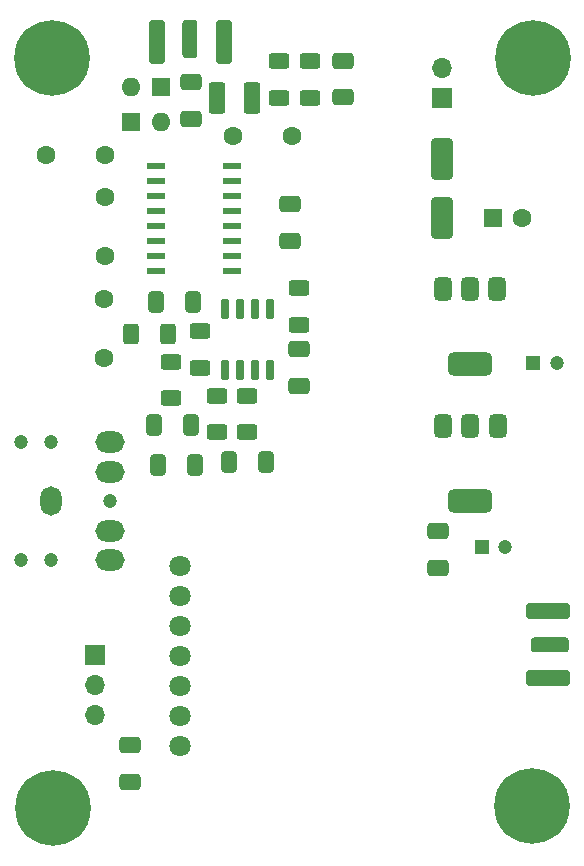
<source format=gbr>
%TF.GenerationSoftware,KiCad,Pcbnew,8.0.3-unknown-202406112021~03dd6c7a8e~ubuntu22.04.1*%
%TF.CreationDate,2024-06-13T18:15:46+05:30*%
%TF.ProjectId,SDR-Board,5344522d-426f-4617-9264-2e6b69636164,rev?*%
%TF.SameCoordinates,Original*%
%TF.FileFunction,Soldermask,Top*%
%TF.FilePolarity,Negative*%
%FSLAX46Y46*%
G04 Gerber Fmt 4.6, Leading zero omitted, Abs format (unit mm)*
G04 Created by KiCad (PCBNEW 8.0.3-unknown-202406112021~03dd6c7a8e~ubuntu22.04.1) date 2024-06-13 18:15:46*
%MOMM*%
%LPD*%
G01*
G04 APERTURE LIST*
G04 Aperture macros list*
%AMRoundRect*
0 Rectangle with rounded corners*
0 $1 Rounding radius*
0 $2 $3 $4 $5 $6 $7 $8 $9 X,Y pos of 4 corners*
0 Add a 4 corners polygon primitive as box body*
4,1,4,$2,$3,$4,$5,$6,$7,$8,$9,$2,$3,0*
0 Add four circle primitives for the rounded corners*
1,1,$1+$1,$2,$3*
1,1,$1+$1,$4,$5*
1,1,$1+$1,$6,$7*
1,1,$1+$1,$8,$9*
0 Add four rect primitives between the rounded corners*
20,1,$1+$1,$2,$3,$4,$5,0*
20,1,$1+$1,$4,$5,$6,$7,0*
20,1,$1+$1,$6,$7,$8,$9,0*
20,1,$1+$1,$8,$9,$2,$3,0*%
G04 Aperture macros list end*
%ADD10RoundRect,0.250000X-0.650000X0.412500X-0.650000X-0.412500X0.650000X-0.412500X0.650000X0.412500X0*%
%ADD11RoundRect,0.250000X0.650000X-0.412500X0.650000X0.412500X-0.650000X0.412500X-0.650000X-0.412500X0*%
%ADD12RoundRect,0.250000X-0.412500X-0.650000X0.412500X-0.650000X0.412500X0.650000X-0.412500X0.650000X0*%
%ADD13RoundRect,0.250000X-0.625000X0.400000X-0.625000X-0.400000X0.625000X-0.400000X0.625000X0.400000X0*%
%ADD14RoundRect,0.137500X0.662500X0.137500X-0.662500X0.137500X-0.662500X-0.137500X0.662500X-0.137500X0*%
%ADD15C,1.600000*%
%ADD16RoundRect,0.150000X-0.150000X0.725000X-0.150000X-0.725000X0.150000X-0.725000X0.150000X0.725000X0*%
%ADD17C,0.800000*%
%ADD18C,6.400000*%
%ADD19RoundRect,0.250000X0.412500X0.650000X-0.412500X0.650000X-0.412500X-0.650000X0.412500X-0.650000X0*%
%ADD20C,1.200000*%
%ADD21O,2.500000X1.800000*%
%ADD22O,1.800000X2.500000*%
%ADD23RoundRect,0.250001X0.462499X1.074999X-0.462499X1.074999X-0.462499X-1.074999X0.462499X-1.074999X0*%
%ADD24RoundRect,0.250000X0.625000X-0.400000X0.625000X0.400000X-0.625000X0.400000X-0.625000X-0.400000X0*%
%ADD25C,1.800000*%
%ADD26RoundRect,0.375000X-0.375000X0.625000X-0.375000X-0.625000X0.375000X-0.625000X0.375000X0.625000X0*%
%ADD27RoundRect,0.500000X-1.400000X0.500000X-1.400000X-0.500000X1.400000X-0.500000X1.400000X0.500000X0*%
%ADD28RoundRect,0.250000X0.385000X1.350000X-0.385000X1.350000X-0.385000X-1.350000X0.385000X-1.350000X0*%
%ADD29RoundRect,0.250000X0.425000X1.600000X-0.425000X1.600000X-0.425000X-1.600000X0.425000X-1.600000X0*%
%ADD30R,1.600000X1.600000*%
%ADD31O,1.600000X1.600000*%
%ADD32R,1.200000X1.200000*%
%ADD33R,1.700000X1.700000*%
%ADD34O,1.700000X1.700000*%
%ADD35RoundRect,0.250000X1.350000X-0.385000X1.350000X0.385000X-1.350000X0.385000X-1.350000X-0.385000X0*%
%ADD36RoundRect,0.250000X1.600000X-0.425000X1.600000X0.425000X-1.600000X0.425000X-1.600000X-0.425000X0*%
%ADD37RoundRect,0.250000X0.400000X0.625000X-0.400000X0.625000X-0.400000X-0.625000X0.400000X-0.625000X0*%
%ADD38RoundRect,0.250000X0.650000X-1.500000X0.650000X1.500000X-0.650000X1.500000X-0.650000X-1.500000X0*%
G04 APERTURE END LIST*
D10*
%TO.C,C16*%
X117670000Y-69725000D03*
X117670000Y-72850000D03*
%TD*%
D11*
%TO.C,C1*%
X109290000Y-62482500D03*
X109290000Y-59357500D03*
%TD*%
D12*
%TO.C,C3*%
X106330000Y-78020000D03*
X109455000Y-78020000D03*
%TD*%
D13*
%TO.C,R3*%
X116770000Y-57575000D03*
X116770000Y-60675000D03*
%TD*%
D14*
%TO.C,U2*%
X112815000Y-75395000D03*
X112815000Y-74125000D03*
X112815000Y-72855000D03*
X112815000Y-71585000D03*
X112815000Y-70315000D03*
X112815000Y-69045000D03*
X112815000Y-67775000D03*
X112815000Y-66505000D03*
X106315000Y-66505000D03*
X106315000Y-67775000D03*
X106315000Y-69045000D03*
X106315000Y-70315000D03*
X106315000Y-71585000D03*
X106315000Y-72855000D03*
X106315000Y-74125000D03*
X106315000Y-75395000D03*
%TD*%
D10*
%TO.C,C2*%
X122170000Y-57545000D03*
X122170000Y-60670000D03*
%TD*%
D15*
%TO.C,C5*%
X97010000Y-65570000D03*
X102010000Y-65570000D03*
%TD*%
D16*
%TO.C,U6*%
X116030000Y-78575000D03*
X114760000Y-78575000D03*
X113490000Y-78575000D03*
X112220000Y-78575000D03*
X112220000Y-83725000D03*
X113490000Y-83725000D03*
X114760000Y-83725000D03*
X116030000Y-83725000D03*
%TD*%
D17*
%TO.C,H4*%
X135790000Y-120660000D03*
X136492944Y-118962944D03*
X136492944Y-122357056D03*
X138190000Y-118260000D03*
D18*
X138190000Y-120660000D03*
D17*
X138190000Y-123060000D03*
X139887056Y-118962944D03*
X139887056Y-122357056D03*
X140590000Y-120660000D03*
%TD*%
D19*
%TO.C,CC2*%
X109622500Y-91800000D03*
X106497500Y-91800000D03*
%TD*%
D20*
%TO.C,J3*%
X94920000Y-89860000D03*
X94920000Y-99860000D03*
X97420000Y-89860000D03*
X97420000Y-99860000D03*
X102420000Y-94860000D03*
D21*
X102420000Y-89860000D03*
X102420000Y-92360000D03*
D22*
X97420000Y-94860000D03*
D21*
X102420000Y-99860000D03*
X102420000Y-97360000D03*
%TD*%
D11*
%TO.C,C17*%
X130190000Y-100505000D03*
X130190000Y-97380000D03*
%TD*%
D23*
%TO.C,L1*%
X114487500Y-60700000D03*
X111512500Y-60700000D03*
%TD*%
D24*
%TO.C,R5*%
X118440000Y-79910000D03*
X118440000Y-76810000D03*
%TD*%
D25*
%TO.C,U1*%
X108406800Y-115540000D03*
X108406800Y-113000000D03*
X108406800Y-110460000D03*
X108406800Y-107920000D03*
X108406800Y-105380000D03*
X108406800Y-102840000D03*
X108406800Y-100300000D03*
%TD*%
D26*
%TO.C,U5*%
X135270000Y-88500000D03*
X132970000Y-88500000D03*
D27*
X132970000Y-94800000D03*
D26*
X130670000Y-88500000D03*
%TD*%
D15*
%TO.C,C7*%
X101920000Y-82710000D03*
X101920000Y-77710000D03*
%TD*%
D28*
%TO.C,RX1*%
X109240000Y-55732500D03*
D29*
X106415000Y-55982500D03*
X112065000Y-55982500D03*
%TD*%
D30*
%TO.C,D3*%
X104244315Y-62750000D03*
D31*
X106784315Y-62750000D03*
%TD*%
D13*
%TO.C,R6*%
X110070000Y-80470000D03*
X110070000Y-83570000D03*
%TD*%
D26*
%TO.C,U3*%
X135220000Y-76910000D03*
X132920000Y-76910000D03*
D27*
X132920000Y-83210000D03*
D26*
X130620000Y-76910000D03*
%TD*%
D10*
%TO.C,C11*%
X118470000Y-81945000D03*
X118470000Y-85070000D03*
%TD*%
D30*
%TO.C,C8*%
X134870000Y-70900000D03*
D15*
X137370000Y-70900000D03*
%TD*%
D19*
%TO.C,C12*%
X109322500Y-88400000D03*
X106197500Y-88400000D03*
%TD*%
D17*
%TO.C,H2*%
X95150000Y-57360000D03*
X95852944Y-55662944D03*
X95852944Y-59057056D03*
X97550000Y-54960000D03*
D18*
X97550000Y-57360000D03*
D17*
X97550000Y-59760000D03*
X99247056Y-55662944D03*
X99247056Y-59057056D03*
X99950000Y-57360000D03*
%TD*%
D32*
%TO.C,C15*%
X133940000Y-98770000D03*
D20*
X135940000Y-98770000D03*
%TD*%
D33*
%TO.C,J1*%
X101150000Y-107900000D03*
D34*
X101150000Y-110440000D03*
X101150000Y-112980000D03*
%TD*%
D15*
%TO.C,C6*%
X117840000Y-63900000D03*
X112840000Y-63900000D03*
%TD*%
D35*
%TO.C,TX1*%
X139750000Y-107000000D03*
D36*
X139500000Y-104175000D03*
X139500000Y-109825000D03*
%TD*%
D17*
%TO.C,H1*%
X135852944Y-57342944D03*
X136555888Y-55645888D03*
X136555888Y-59040000D03*
X138252944Y-54942944D03*
D18*
X138252944Y-57342944D03*
D17*
X138252944Y-59742944D03*
X139950000Y-55645888D03*
X139950000Y-59040000D03*
X140652944Y-57342944D03*
%TD*%
D24*
%TO.C,R4*%
X107595000Y-86150000D03*
X107595000Y-83050000D03*
%TD*%
D19*
%TO.C,CC1*%
X115625000Y-91500000D03*
X112500000Y-91500000D03*
%TD*%
D30*
%TO.C,D2*%
X106781370Y-59770000D03*
D31*
X104241370Y-59770000D03*
%TD*%
D32*
%TO.C,C13*%
X138290000Y-83190000D03*
D20*
X140290000Y-83190000D03*
%TD*%
D37*
%TO.C,R7*%
X107370000Y-80730000D03*
X104270000Y-80730000D03*
%TD*%
D24*
%TO.C,R2*%
X119360000Y-60675000D03*
X119360000Y-57575000D03*
%TD*%
D33*
%TO.C,J2*%
X130530000Y-60725000D03*
D34*
X130530000Y-58185000D03*
%TD*%
D10*
%TO.C,C14*%
X104110000Y-115527500D03*
X104110000Y-118652500D03*
%TD*%
D17*
%TO.C,H3*%
X95220000Y-120790000D03*
X95922944Y-119092944D03*
X95922944Y-122487056D03*
X97620000Y-118390000D03*
D18*
X97620000Y-120790000D03*
D17*
X97620000Y-123190000D03*
X99317056Y-119092944D03*
X99317056Y-122487056D03*
X100020000Y-120790000D03*
%TD*%
D38*
%TO.C,D1*%
X130590000Y-70880000D03*
X130590000Y-65880000D03*
%TD*%
D15*
%TO.C,C4*%
X102000000Y-74070000D03*
X102000000Y-69070000D03*
%TD*%
D13*
%TO.C,R9*%
X111520000Y-85910000D03*
X111520000Y-89010000D03*
%TD*%
%TO.C,R8*%
X114090000Y-85920000D03*
X114090000Y-89020000D03*
%TD*%
M02*

</source>
